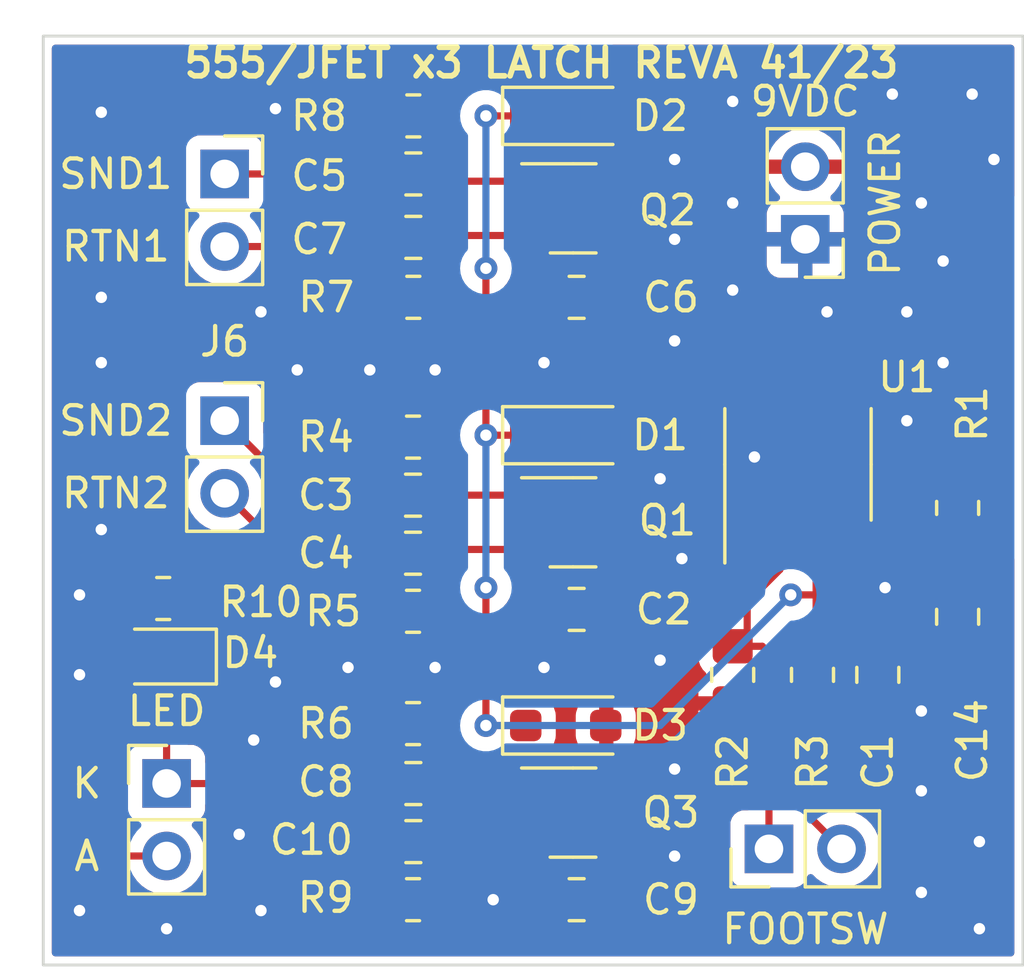
<source format=kicad_pcb>
(kicad_pcb (version 20221018) (generator pcbnew)
  (layers (0 "F.Cu" signal) (31 "B.Cu" signal) (34 "B.Paste" user) (35 "F.Paste" user) (36 "B.SilkS" user "B.Silkscreen") (37 "F.SilkS" user "F.Silkscreen") (38 "B.Mask" user) (39 "F.Mask" user) (44 "Edge.Cuts" user))
  (net 0 "")
  (net 1 "GND")
  (net 2 "Net-(J1-Pin_2)")
  (net 3 "+9V")
  (net 4 "/fx_send_conn")
  (net 5 "Net-(Q1-D)")
  (net 6 "Net-(Q1-S)")
  (net 7 "/fx_return_conn")
  (net 8 "/clean_in_conn")
  (net 9 "Net-(Q2-D)")
  (net 10 "Net-(Q2-S)")
  (net 11 "/clean_out_conn")
  (net 12 "/bypass/led_cathode_vdd")
  (net 13 "Net-(Q3-D)")
  (net 14 "Net-(Q3-S)")
  (net 15 "Net-(D1-K)")
  (net 16 "Net-(D4-A)")
  (net 17 "Net-(J1-Pin_1)")
  (footprint "Capacitor_SMD:C_0805_2012Metric_Pad1.18x1.45mm_HandSolder" (layer "F.Cu") (at 138.684 49.53)
    (fp_text reference "C8" (at -3.0585 -0.066) (layer "F.SilkS"))
    (fp_text value "4.7u")
    (fp_line (start -0.261252 -0.735) (end 0.261252 -0.735) (stroke (width 0.12)) (layer "F.SilkS"))
    (fp_line (start -0.261252 0.735) (end 0.261252 0.735) (stroke (width 0.12)) (layer "F.SilkS"))
    (pad "1" smd roundrect (at -1.0375 0) (size 1.175 1.45) (layers "F.Cu" "F.Paste" "F.Mask") (roundrect_rratio 0.212766) (net 12 "/bypass/led_cathode_vdd"))
    (pad "2" smd roundrect (at 1.0375 0) (size 1.175 1.45) (layers "F.Cu" "F.Paste" "F.Mask") (roundrect_rratio 0.212766) (net 13 "Net-(Q3-D)"))
  )
  (footprint "Connector_PinHeader_2.54mm:PinHeader_1x02_P2.54mm_Vertical" (layer "F.Cu") (at 130.048 49.525)
    (fp_text reference "J4" hide)
    (fp_text value "LED")
    (fp_text user "K" (at -2.794 0 unlocked) (layer "F.SilkS"))
    (fp_text user "A" (at -2.794 2.545 unlocked) (layer "F.SilkS"))
    (fp_text user "LED" (at 0 -2.535 unlocked) (layer "F.SilkS"))
    (fp_line (start -1.33 -1.33) (end 0 -1.33) (stroke (width 0.12)) (layer "F.SilkS"))
    (fp_line (start -1.33 0) (end -1.33 -1.33) (stroke (width 0.12)) (layer "F.SilkS"))
    (fp_line (start -1.33 1.27) (end -1.33 3.87) (stroke (width 0.12)) (layer "F.SilkS"))
    (fp_line (start -1.33 1.27) (end 1.33 1.27) (stroke (width 0.12)) (layer "F.SilkS"))
    (fp_line (start -1.33 3.87) (end 1.33 3.87) (stroke (width 0.12)) (layer "F.SilkS"))
    (fp_line (start 1.33 1.27) (end 1.33 3.87) (stroke (width 0.12)) (layer "F.SilkS"))
    (pad "1" thru_hole rect (at 0 0) (size 1.7 1.7) (drill 1) (layers "*.Cu" "*.Mask") (net 12 "/bypass/led_cathode_vdd"))
    (pad "2" thru_hole oval (at 0 2.54) (size 1.7 1.7) (drill 1) (layers "*.Cu" "*.Mask") (net 16 "Net-(D4-A)"))
  )
  (footprint "Connector_PinHeader_2.54mm:PinHeader_1x02_P2.54mm_Vertical" (layer "F.Cu") (at 151.13 51.816 90)
    (fp_text reference "J1" hide)
    (fp_text value "Footswitch_conn_01x02")
    (fp_text user "FOOTSW" (at -2.81 1.275 unlocked) (layer "F.SilkS"))
    (fp_line (start -1.33 -1.33) (end 0 -1.33) (stroke (width 0.12)) (layer "F.SilkS"))
    (fp_line (start -1.33 0) (end -1.33 -1.33) (stroke (width 0.12)) (layer "F.SilkS"))
    (fp_line (start -1.33 1.27) (end -1.33 3.87) (stroke (width 0.12)) (layer "F.SilkS"))
    (fp_line (start -1.33 1.27) (end 1.33 1.27) (stroke (width 0.12)) (layer "F.SilkS"))
    (fp_line (start -1.33 3.87) (end 1.33 3.87) (stroke (width 0.12)) (layer "F.SilkS"))
    (fp_line (start 1.33 1.27) (end 1.33 3.87) (stroke (width 0.12)) (layer "F.SilkS"))
    (pad "1" thru_hole rect (at 0 0 90) (size 1.7 1.7) (drill 1) (layers "*.Cu" "*.Mask") (net 17 "Net-(J1-Pin_1)"))
    (pad "2" thru_hole oval (at 0 2.54 90) (size 1.7 1.7) (drill 1) (layers "*.Cu" "*.Mask") (net 2 "Net-(J1-Pin_2)"))
  )
  (footprint "Capacitor_SMD:C_0805_2012Metric_Pad1.18x1.45mm_HandSolder" (layer "F.Cu") (at 144.399 53.594 180)
    (fp_text reference "C9" (at -3.302 0) (layer "F.SilkS"))
    (fp_text value "1uF")
    (fp_line (start -0.261252 -0.735) (end 0.261252 -0.735) (stroke (width 0.12)) (layer "F.SilkS"))
    (fp_line (start -0.261252 0.735) (end 0.261252 0.735) (stroke (width 0.12)) (layer "F.SilkS"))
    (pad "1" smd roundrect (at -1.0375 0 180) (size 1.175 1.45) (layers "F.Cu" "F.Paste" "F.Mask") (roundrect_rratio 0.212766) (net 3 "+9V"))
    (pad "2" smd roundrect (at 1.0375 0 180) (size 1.175 1.45) (layers "F.Cu" "F.Paste" "F.Mask") (roundrect_rratio 0.212766) (net 1 "GND"))
  )
  (footprint "Capacitor_SMD:C_0805_2012Metric_Pad1.18x1.45mm_HandSolder" (layer "F.Cu") (at 144.399 32.512 180)
    (fp_text reference "C6" (at -3.302 0) (layer "F.SilkS"))
    (fp_text value "1uF")
    (fp_line (start -0.261252 -0.735) (end 0.261252 -0.735) (stroke (width 0.12)) (layer "F.SilkS"))
    (fp_line (start -0.261252 0.735) (end 0.261252 0.735) (stroke (width 0.12)) (layer "F.SilkS"))
    (pad "1" smd roundrect (at -1.0375 0 180) (size 1.175 1.45) (layers "F.Cu" "F.Paste" "F.Mask") (roundrect_rratio 0.212766) (net 3 "+9V"))
    (pad "2" smd roundrect (at 1.0375 0 180) (size 1.175 1.45) (layers "F.Cu" "F.Paste" "F.Mask") (roundrect_rratio 0.212766) (net 1 "GND"))
  )
  (footprint "Capacitor_SMD:C_0805_2012Metric_Pad1.18x1.45mm_HandSolder" (layer "F.Cu") (at 157.734 43.693 -90)
    (fp_text reference "C14" (at 4.334 -0.508 90) (layer "F.SilkS"))
    (fp_text value "100nF")
    (fp_line (start -0.261252 -0.735) (end 0.261252 -0.735) (stroke (width 0.12)) (layer "F.SilkS"))
    (fp_line (start -0.261252 0.735) (end 0.261252 0.735) (stroke (width 0.12)) (layer "F.SilkS"))
    (pad "1" smd roundrect (at -1.0375 0 270) (size 1.175 1.45) (layers "F.Cu" "F.Paste" "F.Mask") (roundrect_rratio 0.212766) (net 3 "+9V"))
    (pad "2" smd roundrect (at 1.0375 0 270) (size 1.175 1.45) (layers "F.Cu" "F.Paste" "F.Mask") (roundrect_rratio 0.212766) (net 1 "GND"))
  )
  (footprint "Resistor_SMD:R_0805_2012Metric_Pad1.20x1.40mm_HandSolder" (layer "F.Cu") (at 157.734 39.883 -90)
    (fp_text reference "R1" (at -3.286 -0.508 90) (layer "F.SilkS"))
    (fp_text value "10K")
    (fp_line (start -0.227064 -0.735) (end 0.227064 -0.735) (stroke (width 0.12)) (layer "F.SilkS"))
    (fp_line (start -0.227064 0.735) (end 0.227064 0.735) (stroke (width 0.12)) (layer "F.SilkS"))
    (pad "1" smd roundrect (at -1 0 270) (size 1.2 1.4) (layers "F.Cu" "F.Paste" "F.Mask") (roundrect_rratio 0.208333) (net 17 "Net-(J1-Pin_1)"))
    (pad "2" smd roundrect (at 1 0 270) (size 1.2 1.4) (layers "F.Cu" "F.Paste" "F.Mask") (roundrect_rratio 0.208333) (net 3 "+9V"))
  )
  (footprint "Package_TO_SOT_SMD:SOT-23-3" (layer "F.Cu") (at 144.2775 29.398)
    (fp_text reference "Q2" (at 3.302 0.066) (layer "F.SilkS"))
    (fp_text value "MMBFJ177LT1G")
    (fp_line (start 0 -1.56) (end -1.8 -1.56) (stroke (width 0.12)) (layer "F.SilkS"))
    (fp_line (start 0 -1.56) (end 0.8 -1.56) (stroke (width 0.12)) (layer "F.SilkS"))
    (fp_line (start 0 1.56) (end -0.8 1.56) (stroke (width 0.12)) (layer "F.SilkS"))
    (fp_line (start 0 1.56) (end 0.8 1.56) (stroke (width 0.12)) (layer "F.SilkS"))
    (pad "1" smd roundrect (at -1.1375 -0.95) (size 1.325 0.6) (layers "F.Cu" "F.Paste" "F.Mask") (net 9 "Net-(Q2-D)"))
    (pad "2" smd roundrect (at -1.1375 0.95) (size 1.325 0.6) (layers "F.Cu" "F.Paste" "F.Mask") (net 10 "Net-(Q2-S)"))
    (pad "3" smd roundrect (at 1.1375 0) (size 1.325 0.6) (layers "F.Cu" "F.Paste" "F.Mask") (net 3 "+9V"))
  )
  (footprint "Capacitor_SMD:C_0805_2012Metric_Pad1.18x1.45mm_HandSolder" (layer "F.Cu") (at 138.673 39.436)
    (fp_text reference "C3" (at -3.048 0) (layer "F.SilkS"))
    (fp_text value "4.7u")
    (fp_line (start -0.261252 -0.735) (end 0.261252 -0.735) (stroke (width 0.12)) (layer "F.SilkS"))
    (fp_line (start -0.261252 0.735) (end 0.261252 0.735) (stroke (width 0.12)) (layer "F.SilkS"))
    (pad "1" smd roundrect (at -1.0375 0) (size 1.175 1.45) (layers "F.Cu" "F.Paste" "F.Mask") (roundrect_rratio 0.212766) (net 4 "/fx_send_conn"))
    (pad "2" smd roundrect (at 1.0375 0) (size 1.175 1.45) (layers "F.Cu" "F.Paste" "F.Mask") (roundrect_rratio 0.212766) (net 5 "Net-(Q1-D)"))
  )
  (footprint "Diode_SMD:D_SOD-123F" (layer "F.Cu") (at 144.018 26.162)
    (fp_text reference "D2" (at 3.302 0) (layer "F.SilkS"))
    (fp_text value "D")
    (fp_line (start -2.21 -1) (end -2.21 1) (stroke (width 0.12)) (layer "F.SilkS"))
    (fp_line (start -2.21 -1) (end 1.65 -1) (stroke (width 0.12)) (layer "F.SilkS"))
    (fp_line (start -2.21 1) (end 1.65 1) (stroke (width 0.12)) (layer "F.SilkS"))
    (pad "1" smd roundrect (at -1.4 0) (size 1.1 1.1) (layers "F.Cu" "F.Paste" "F.Mask") (roundrect_rratio 0.2272727273) (net 15 "Net-(D1-K)"))
    (pad "2" smd roundrect (at 1.4 0) (size 1.1 1.1) (layers "F.Cu" "F.Paste" "F.Mask") (roundrect_rratio 0.2272727273) (net 3 "+9V"))
  )
  (footprint "Capacitor_SMD:C_0805_2012Metric_Pad1.18x1.45mm_HandSolder" (layer "F.Cu") (at 138.684 30.414 180)
    (fp_text reference "C7" (at 3.291 -0.066) (layer "F.SilkS"))
    (fp_text value "4.7u")
    (fp_line (start -0.261252 -0.735) (end 0.261252 -0.735) (stroke (width 0.12)) (layer "F.SilkS"))
    (fp_line (start -0.261252 0.735) (end 0.261252 0.735) (stroke (width 0.12)) (layer "F.SilkS"))
    (pad "1" smd roundrect (at -1.0375 0 180) (size 1.175 1.45) (layers "F.Cu" "F.Paste" "F.Mask") (roundrect_rratio 0.212766) (net 10 "Net-(Q2-S)"))
    (pad "2" smd roundrect (at 1.0375 0 180) (size 1.175 1.45) (layers "F.Cu" "F.Paste" "F.Mask") (roundrect_rratio 0.212766) (net 11 "/clean_out_conn"))
  )
  (footprint "Capacitor_SMD:C_0805_2012Metric_Pad1.18x1.45mm_HandSolder" (layer "F.Cu") (at 138.673 41.468 180)
    (fp_text reference "C4" (at 3.048 0) (layer "F.SilkS"))
    (fp_text value "4.7u")
    (fp_line (start -0.261252 -0.735) (end 0.261252 -0.735) (stroke (width 0.12)) (layer "F.SilkS"))
    (fp_line (start -0.261252 0.735) (end 0.261252 0.735) (stroke (width 0.12)) (layer "F.SilkS"))
    (pad "1" smd roundrect (at -1.0375 0 180) (size 1.175 1.45) (layers "F.Cu" "F.Paste" "F.Mask") (roundrect_rratio 0.212766) (net 6 "Net-(Q1-S)"))
    (pad "2" smd roundrect (at 1.0375 0 180) (size 1.175 1.45) (layers "F.Cu" "F.Paste" "F.Mask") (roundrect_rratio 0.212766) (net 7 "/fx_return_conn"))
  )
  (footprint "Resistor_SMD:R_0805_2012Metric_Pad1.20x1.40mm_HandSolder" (layer "F.Cu") (at 138.684 26.162)
    (fp_text reference "R8" (at -3.302 0) (layer "F.SilkS"))
    (fp_text value "330K")
    (fp_line (start -0.227064 -0.735) (end 0.227064 -0.735) (stroke (width 0.12)) (layer "F.SilkS"))
    (fp_line (start -0.227064 0.735) (end 0.227064 0.735) (stroke (width 0.12)) (layer "F.SilkS"))
    (pad "1" smd roundrect (at -1 0) (size 1.2 1.4) (layers "F.Cu" "F.Paste" "F.Mask") (roundrect_rratio 0.208333) (net 1 "GND"))
    (pad "2" smd roundrect (at 1 0) (size 1.2 1.4) (layers "F.Cu" "F.Paste" "F.Mask") (roundrect_rratio 0.208333) (net 9 "Net-(Q2-D)"))
  )
  (footprint "Package_TO_SOT_SMD:SOT-23-3" (layer "F.Cu") (at 144.272 50.546)
    (fp_text reference "Q3" (at 3.4235 0) (layer "F.SilkS"))
    (fp_text value "MMBFJ177LT1G")
    (fp_line (start 0 -1.56) (end -1.8 -1.56) (stroke (width 0.12)) (layer "F.SilkS"))
    (fp_line (start 0 -1.56) (end 0.8 -1.56) (stroke (width 0.12)) (layer "F.SilkS"))
    (fp_line (start 0 1.56) (end -0.8 1.56) (stroke (width 0.12)) (layer "F.SilkS"))
    (fp_line (start 0 1.56) (end 0.8 1.56) (stroke (width 0.12)) (layer "F.SilkS"))
    (pad "1" smd roundrect (at -1.1375 -0.95) (size 1.325 0.6) (layers "F.Cu" "F.Paste" "F.Mask") (net 13 "Net-(Q3-D)"))
    (pad "2" smd roundrect (at -1.1375 0.95) (size 1.325 0.6) (layers "F.Cu" "F.Paste" "F.Mask") (net 14 "Net-(Q3-S)"))
    (pad "3" smd roundrect (at 1.1375 0) (size 1.325 0.6) (layers "F.Cu" "F.Paste" "F.Mask") (net 3 "+9V"))
  )
  (footprint "Resistor_SMD:R_0805_2012Metric_Pad1.20x1.40mm_HandSolder" (layer "F.Cu") (at 149.86 45.725 90)
    (fp_text reference "R2" (at -3.048 0 90) (layer "F.SilkS"))
    (fp_text value "10K")
    (fp_line (start -0.227064 -0.735) (end 0.227064 -0.735) (stroke (width 0.12)) (layer "F.SilkS"))
    (fp_line (start -0.227064 0.735) (end 0.227064 0.735) (stroke (width 0.12)) (layer "F.SilkS"))
    (pad "1" smd roundrect (at -1 0 90) (size 1.2 1.4) (layers "F.Cu" "F.Paste" "F.Mask") (roundrect_rratio 0.208333) (net 1 "GND"))
    (pad "2" smd roundrect (at 1 0 90) (size 1.2 1.4) (layers "F.Cu" "F.Paste" "F.Mask") (roundrect_rratio 0.208333) (net 17 "Net-(J1-Pin_1)"))
  )
  (footprint "Connector_PinSocket_2.54mm:PinSocket_1x02_P2.54mm_Vertical" (layer "F.Cu") (at 132.08 36.83)
    (fp_text reference "J6" (at 0 -2.77) (layer "F.SilkS"))
    (fp_text value "Signal2_Conn_01x02")
    (fp_text user "SND2" (at -3.81 0 unlocked) (layer "F.SilkS"))
    (fp_text user "RTN2" (at -3.81 2.54 unlocked) (layer "F.SilkS"))
    (fp_line (start -1.33 1.27) (end -1.33 3.87) (stroke (width 0.12)) (layer "F.SilkS"))
    (fp_line (start -1.33 1.27) (end 1.33 1.27) (stroke (width 0.12)) (layer "F.SilkS"))
    (fp_line (start -1.33 3.87) (end 1.33 3.87) (stroke (width 0.12)) (layer "F.SilkS"))
    (fp_line (start 0 -1.33) (end 1.33 -1.33) (stroke (width 0.12)) (layer "F.SilkS"))
    (fp_line (start 1.33 -1.33) (end 1.33 0) (stroke (width 0.12)) (layer "F.SilkS"))
    (fp_line (start 1.33 1.27) (end 1.33 3.87) (stroke (width 0.12)) (layer "F.SilkS"))
    (pad "1" thru_hole rect (at 0 0) (size 1.7 1.7) (drill 1) (layers "*.Cu" "*.Mask") (net 4 "/fx_send_conn"))
    (pad "2" thru_hole oval (at 0 2.54) (size 1.7 1.7) (drill 1) (layers "*.Cu" "*.Mask") (net 7 "/fx_return_conn"))
  )
  (footprint "Resistor_SMD:R_0805_2012Metric_Pad1.20x1.40mm_HandSolder" (layer "F.Cu") (at 138.6735 53.594)
    (fp_text reference "R9" (at -3.0585 -0.066) (layer "F.SilkS"))
    (fp_text value "330K")
    (fp_line (start -0.227064 -0.735) (end 0.227064 -0.735) (stroke (width 0.12)) (layer "F.SilkS"))
    (fp_line (start -0.227064 0.735) (end 0.227064 0.735) (stroke (width 0.12)) (layer "F.SilkS"))
    (pad "1" smd roundrect (at -1 0) (size 1.2 1.4) (layers "F.Cu" "F.Paste" "F.Mask") (roundrect_rratio 0.208333) (net 1 "GND"))
    (pad "2" smd roundrect (at 1 0) (size 1.2 1.4) (layers "F.Cu" "F.Paste" "F.Mask") (roundrect_rratio 0.208333) (net 14 "Net-(Q3-S)"))
  )
  (footprint "Resistor_SMD:R_0805_2012Metric_Pad1.20x1.40mm_HandSolder" (layer "F.Cu") (at 138.673 43.5)
    (fp_text reference "R5" (at -2.794 0) (layer "F.SilkS"))
    (fp_text value "330K")
    (fp_line (start -0.227064 -0.735) (end 0.227064 -0.735) (stroke (width 0.12)) (layer "F.SilkS"))
    (fp_line (start -0.227064 0.735) (end 0.227064 0.735) (stroke (width 0.12)) (layer "F.SilkS"))
    (pad "1" smd roundrect (at -1 0) (size 1.2 1.4) (layers "F.Cu" "F.Paste" "F.Mask") (roundrect_rratio 0.208333) (net 1 "GND"))
    (pad "2" smd roundrect (at 1 0) (size 1.2 1.4) (layers "F.Cu" "F.Paste" "F.Mask") (roundrect_rratio 0.208333) (net 6 "Net-(Q1-S)"))
  )
  (footprint "Diode_SMD:D_SOD-123F" (layer "F.Cu") (at 144.018 37.338)
    (fp_text reference "D1" (at 3.302 0) (layer "F.SilkS"))
    (fp_text value "D")
    (fp_line (start -2.21 -1) (end -2.21 1) (stroke (width 0.12)) (layer "F.SilkS"))
    (fp_line (start -2.21 -1) (end 1.65 -1) (stroke (width 0.12)) (layer "F.SilkS"))
    (fp_line (start -2.21 1) (end 1.65 1) (stroke (width 0.12)) (layer "F.SilkS"))
    (pad "1" smd roundrect (at -1.4 0) (size 1.1 1.1) (layers "F.Cu" "F.Paste" "F.Mask") (roundrect_rratio 0.2272727273) (net 15 "Net-(D1-K)"))
    (pad "2" smd roundrect (at 1.4 0) (size 1.1 1.1) (layers "F.Cu" "F.Paste" "F.Mask") (roundrect_rratio 0.2272727273) (net 3 "+9V"))
  )
  (footprint "Package_SO:SOIC-8_3.9x4.9mm_P1.27mm" (layer "F.Cu") (at 152.146 38.359 90)
    (fp_text reference "U1" (at 3.053 3.81) (layer "F.SilkS"))
    (fp_text value "NE555DR")
    (fp_line (start 0 -2.56) (end -3.45 -2.56) (stroke (width 0.12)) (layer "F.SilkS"))
    (fp_line (start 0 -2.56) (end 1.95 -2.56) (stroke (width 0.12)) (layer "F.SilkS"))
    (fp_line (start 0 2.56) (end -1.95 2.56) (stroke (width 0.12)) (layer "F.SilkS"))
    (fp_line (start 0 2.56) (end 1.95 2.56) (stroke (width 0.12)) (layer "F.SilkS"))
    (pad "1" smd roundrect (at -2.475 -1.905 90) (size 1.95 0.6) (layers "F.Cu" "F.Paste" "F.Mask") (net 1 "GND"))
    (pad "2" smd roundrect (at -2.475 -0.635 90) (size 1.95 0.6) (layers "F.Cu" "F.Paste" "F.Mask") (net 17 "Net-(J1-Pin_1)"))
    (pad "3" smd roundrect (at -2.475 0.635 90) (size 1.95 0.6) (layers "F.Cu" "F.Paste" "F.Mask") (net 15 "Net-(D1-K)"))
    (pad "4" smd roundrect (at -2.475 1.905 90) (size 1.95 0.6) (layers "F.Cu" "F.Paste" "F.Mask") (net 3 "+9V"))
    (pad "5" smd roundrect (at 2.475 1.905 90) (size 1.95 0.6) (layers "F.Cu" "F.Paste" "F.Mask"))
    (pad "6" smd roundrect (at 2.475 0.635 90) (size 1.95 0.6) (layers "F.Cu" "F.Paste" "F.Mask") (net 17 "Net-(J1-Pin_1)"))
    (pad "7" smd roundrect (at 2.475 -0.635 90) (size 1.95 0.6) (layers "F.Cu" "F.Paste" "F.Mask"))
    (pad "8" smd roundrect (at 2.475 -1.905 90) (size 1.95 0.6) (layers "F.Cu" "F.Paste" "F.Mask") (net 3 "+9V"))
  )
  (footprint "Resistor_SMD:R_0805_2012Metric_Pad1.20x1.40mm_HandSolder" (layer "F.Cu") (at 138.684 32.512)
    (fp_text reference "R7" (at -3.048 0) (layer "F.SilkS"))
    (fp_text value "330K")
    (fp_line (start -0.227064 -0.735) (end 0.227064 -0.735) (stroke (width 0.12)) (layer "F.SilkS"))
    (fp_line (start -0.227064 0.735) (end 0.227064 0.735) (stroke (width 0.12)) (layer "F.SilkS"))
    (pad "1" smd roundrect (at -1 0) (size 1.2 1.4) (layers "F.Cu" "F.Paste" "F.Mask") (roundrect_rratio 0.208333) (net 1 "GND"))
    (pad "2" smd roundrect (at 1 0) (size 1.2 1.4) (layers "F.Cu" "F.Paste" "F.Mask") (roundrect_rratio 0.208333) (net 10 "Net-(Q2-S)"))
  )
  (footprint "Resistor_SMD:R_0805_2012Metric_Pad1.20x1.40mm_HandSolder" (layer "F.Cu") (at 129.93 43.053 180)
    (fp_text reference "R10" (at -3.42 -0.127) (layer "F.SilkS"))
    (fp_text value "4K7")
    (fp_line (start -0.227064 -0.735) (end 0.227064 -0.735) (stroke (width 0.12)) (layer "F.SilkS"))
    (fp_line (start -0.227064 0.735) (end 0.227064 0.735) (stroke (width 0.12)) (layer "F.SilkS"))
    (pad "1" smd roundrect (at -1 0 180) (size 1.2 1.4) (layers "F.Cu" "F.Paste" "F.Mask") (roundrect_rratio 0.208333) (net 3 "+9V"))
    (pad "2" smd roundrect (at 1 0 180) (size 1.2 1.4) (layers "F.Cu" "F.Paste" "F.Mask") (roundrect_rratio 0.208333) (net 16 "Net-(D4-A)"))
  )
  (footprint "Resistor_SMD:R_0805_2012Metric_Pad1.20x1.40mm_HandSolder" (layer "F.Cu") (at 138.673 37.404)
    (fp_text reference "R4" (at -3.048 0) (layer "F.SilkS"))
    (fp_text value "330K")
    (fp_line (start -0.227064 -0.735) (end 0.227064 -0.735) (stroke (width 0.12)) (layer "F.SilkS"))
    (fp_line (start -0.227064 0.735) (end 0.227064 0.735) (stroke (width 0.12)) (layer "F.SilkS"))
    (pad "1" smd roundrect (at -1 0) (size 1.2 1.4) (layers "F.Cu" "F.Paste" "F.Mask") (roundrect_rratio 0.208333) (net 1 "GND"))
    (pad "2" smd roundrect (at 1 0) (size 1.2 1.4) (layers "F.Cu" "F.Paste" "F.Mask") (roundrect_rratio 0.208333) (net 5 "Net-(Q1-D)"))
  )
  (footprint "Connector_PinSocket_2.54mm:PinSocket_1x02_P2.54mm_Vertical" (layer "F.Cu") (at 132.08 28.194)
    (fp_text reference "J5" hide)
    (fp_text value "Signal1_Conn_01x02")
    (fp_text user "SND1" (at -3.81 0 unlocked) (layer "F.SilkS"))
    (fp_text user "RTN1" (at -3.81 2.54 unlocked) (layer "F.SilkS"))
    (fp_line (start -1.33 1.27) (end -1.33 3.87) (stroke (width 0.12)) (layer "F.SilkS"))
    (fp_line (start -1.33 1.27) (end 1.33 1.27) (stroke (width 0.12)) (layer "F.SilkS"))
    (fp_line (start -1.33 3.87) (end 1.33 3.87) (stroke (width 0.12)) (layer "F.SilkS"))
    (fp_line (start 0 -1.33) (end 1.33 -1.33) (stroke (width 0.12)) (layer "F.SilkS"))
    (fp_line (start 1.33 -1.33) (end 1.33 0) (stroke (width 0.12)) (layer "F.SilkS"))
    (fp_line (start 1.33 1.27) (end 1.33 3.87) (stroke (width 0.12)) (layer "F.SilkS"))
    (pad "1" thru_hole rect (at 0 0) (size 1.7 1.7) (drill 1) (layers "*.Cu" "*.Mask") (net 8 "/clean_in_conn"))
    (pad "2" thru_hole oval (at 0 2.54) (size 1.7 1.7) (drill 1) (layers "*.Cu" "*.Mask") (net 11 "/clean_out_conn"))
  )
  (footprint "Connector_PinHeader_2.54mm:PinHeader_1x02_P2.54mm_Vertical" (layer "F.Cu") (at 152.4 30.48 180)
    (fp_text reference "J3" hide)
    (fp_text value "Power_Conn_01x02")
    (fp_text user "9VDC" (at 0 4.826 unlocked) (layer "F.SilkS"))
    (fp_text user "POWER" (at -2.794 1.27 90 unlocked) (layer "F.SilkS"))
    (fp_line (start -1.33 -1.33) (end 0 -1.33) (stroke (width 0.12)) (layer "F.SilkS"))
    (fp_line (start -1.33 0) (end -1.33 -1.33) (stroke (width 0.12)) (layer "F.SilkS"))
    (fp_line (start -1.33 1.27) (end -1.33 3.87) (stroke (width 0.12)) (layer "F.SilkS"))
    (fp_line (start -1.33 1.27) (end 1.33 1.27) (stroke (width 0.12)) (layer "F.SilkS"))
    (fp_line (start -1.33 3.87) (end 1.33 3.87) (stroke (width 0.12)) (layer "F.SilkS"))
    (fp_line (start 1.33 1.27) (end 1.33 3.87) (stroke (width 0.12)) (layer "F.SilkS"))
    (pad "1" thru_hole rect (at 0 0 180) (size 1.7 1.7) (drill 1) (layers "*.Cu" "*.Mask") (net 1 "GND"))
    (pad "2" thru_hole oval (at 0 2.54 180) (size 1.7 1.7) (drill 1) (layers "*.Cu" "*.Mask") (net 3 "+9V"))
  )
  (footprint "Capacitor_SMD:C_0805_2012Metric_Pad1.18x1.45mm_HandSolder" (layer "F.Cu") (at 138.684 51.562 180)
    (fp_text reference "C10" (at 3.5665 0.066) (layer "F.SilkS"))
    (fp_text value "4.7u")
    (fp_line (start -0.261252 -0.735) (end 0.261252 -0.735) (stroke (width 0.12)) (layer "F.SilkS"))
    (fp_line (start -0.261252 0.735) (end 0.261252 0.735) (stroke (width 0.12)) (layer "F.SilkS"))
    (pad "1" smd roundrect (at -1.0375 0 180) (size 1.175 1.45) (layers "F.Cu" "F.Paste" "F.Mask") (roundrect_rratio 0.212766) (net 14 "Net-(Q3-S)"))
    (pad "2" smd roundrect (at 1.0375 0 180) (size 1.175 1.45) (layers "F.Cu" "F.Paste" "F.Mask") (roundrect_rratio 0.212766) (net 1 "GND"))
  )
  (footprint "Resistor_SMD:R_0805_2012Metric_Pad1.20x1.40mm_HandSolder" (layer "F.Cu") (at 138.6735 47.432)
    (fp_text reference "R6" (at -3.048 0) (layer "F.SilkS"))
    (fp_text value "330K")
    (fp_line (start -0.227064 -0.735) (end 0.227064 -0.735) (stroke (width 0.12)) (layer "F.SilkS"))
    (fp_line (start -0.227064 0.735) (end 0.227064 0.735) (stroke (width 0.12)) (layer "F.SilkS"))
    (pad "1" smd roundrect (at -1 0) (size 1.2 1.4) (layers "F.Cu" "F.Paste" "F.Mask") (roundrect_rratio 0.208333) (net 1 "GND"))
    (pad "2" smd roundrect (at 1 0) (size 1.2 1.4) (layers "F.Cu" "F.Paste" "F.Mask") (roundrect_rratio 0.208333) (net 13 "Net-(Q3-D)"))
  )
  (footprint "Capacitor_SMD:C_0805_2012Metric_Pad1.18x1.45mm_HandSolder" (layer "F.Cu") (at 144.399 43.434 180)
    (fp_text reference "C2" (at -3.048 0) (layer "F.SilkS"))
    (fp_text value "1uF")
    (fp_line (start -0.261252 -0.735) (end 0.261252 -0.735) (stroke (width 0.12)) (layer "F.SilkS"))
    (fp_line (start -0.261252 0.735) (end 0.261252 0.735) (stroke (width 0.12)) (layer "F.SilkS"))
    (pad "1" smd roundrect (at -1.0375 0 180) (size 1.175 1.45) (layers "F.Cu" "F.Paste" "F.Mask") (roundrect_rratio 0.212766) (net 3 "+9V"))
    (pad "2" smd roundrect (at 1.0375 0 180) (size 1.175 1.45) (layers "F.Cu" "F.Paste" "F.Mask") (roundrect_rratio 0.212766) (net 1 "GND"))
  )
  (footprint "Resistor_SMD:R_0805_2012Metric_Pad1.20x1.40mm_HandSolder" (layer "F.Cu") (at 152.654 45.725 90)
    (fp_text reference "R3" (at -3.048 0 90) (layer "F.SilkS"))
    (fp_text value "100K")
    (fp_line (start -0.227064 -0.735) (end 0.227064 -0.735) (stroke (width 0.12)) (layer "F.SilkS"))
    (fp_line (start -0.227064 0.735) (end 0.227064 0.735) (stroke (width 0.12)) (layer "F.SilkS"))
    (pad "1" smd roundrect (at -1 0 90) (size 1.2 1.4) (layers "F.Cu" "F.Paste" "F.Mask") (roundrect_rratio 0.208333) (net 2 "Net-(J1-Pin_2)"))
    (pad "2" smd roundrect (at 1 0 90) (size 1.2 1.4) (layers "F.Cu" "F.Paste" "F.Mask") (roundrect_rratio 0.208333) (net 15 "Net-(D1-K)"))
  )
  (footprint "Package_TO_SOT_SMD:SOT-23-3" (layer "F.Cu") (at 144.272 40.386)
    (fp_text reference "Q1" (at 3.302 -0.066) (layer "F.SilkS"))
    (fp_text value "MMBFJ177LT1G")
    (fp_line (start 0 -1.56) (end -1.8 -1.56) (stroke (width 0.12)) (layer "F.SilkS"))
    (fp_line (start 0 -1.56) (end 0.8 -1.56) (stroke (width 0.12)) (layer "F.SilkS"))
    (fp_line (start 0 1.56) (end -0.8 1.56) (stroke (width 0.12)) (layer "F.SilkS"))
    (fp_line (start 0 1.56) (end 0.8 1.56) (stroke (width 0.12)) (layer "F.SilkS"))
    (pad "1" smd roundrect (at -1.1375 -0.95) (size 1.325 0.6) (layers "F.Cu" "F.Paste" "F.Mask") (net 5 "Net-(Q1-D)"))
    (pad "2" smd roundrect (at -1.1375 0.95) (size 1.325 0.6) (layers "F.Cu" "F.Paste" "F.Mask") (net 6 "Net-(Q1-S)"))
    (pad "3" smd roundrect (at 1.1375 0) (size 1.325 0.6) (layers "F.Cu" "F.Paste" "F.Mask") (net 3 "+9V"))
  )
  (footprint "Capacitor_SMD:C_0805_2012Metric_Pad1.18x1.45mm_HandSolder" (layer "F.Cu") (at 138.684 28.194)
    (fp_text reference "C5" (at -3.291 0.066) (layer "F.SilkS"))
    (fp_text value "4.7u")
    (fp_line (start -0.261252 -0.735) (end 0.261252 -0.735) (stroke (width 0.12)) (layer "F.SilkS"))
    (fp_line (start -0.261252 0.735) (end 0.261252 0.735) (stroke (width 0.12)) (layer "F.SilkS"))
    (pad "1" smd roundrect (at -1.0375 0) (size 1.175 1.45) (layers "F.Cu" "F.Paste" "F.Mask") (roundrect_rratio 0.212766) (net 8 "/clean_in_conn"))
    (pad "2" smd roundrect (at 1.0375 0) (size 1.175 1.45) (layers "F.Cu" "F.Paste" "F.Mask") (roundrect_rratio 0.212766) (net 9 "Net-(Q2-D)"))
  )
  (footprint "Capacitor_SMD:C_0805_2012Metric_Pad1.18x1.45mm_HandSolder" (layer "F.Cu") (at 154.94 45.725 -90)
    (fp_text reference "C1" (at 3.048 0 90) (layer "F.SilkS"))
    (fp_text value "1uF")
    (fp_line (start -0.261252 -0.735) (end 0.261252 -0.735) (stroke (width 0.12)) (layer "F.SilkS"))
    (fp_line (start -0.261252 0.735) (end 0.261252 0.735) (stroke (width 0.12)) (layer "F.SilkS"))
    (pad "1" smd roundrect (at -1.0375 0 270) (size 1.175 1.45) (layers "F.Cu" "F.Paste" "F.Mask") (roundrect_rratio 0.212766) (net 1 "GND"))
    (pad "2" smd roundrect (at 1.0375 0 270) (size 1.175 1.45) (layers "F.Cu" "F.Paste" "F.Mask") (roundrect_rratio 0.212766) (net 2 "Net-(J1-Pin_2)"))
  )
  (footprint "Diode_SMD:D_SOD-123F" (layer "F.Cu") (at 144.018 47.498)
    (fp_text reference "D3" (at 3.302 0) (layer "F.SilkS"))
    (fp_text value "D")
    (fp_line (start -2.21 -1) (end -2.21 1) (stroke (width 0.12)) (layer "F.SilkS"))
    (fp_line (start -2.21 -1) (end 1.65 -1) (stroke (width 0.12)) (layer "F.SilkS"))
    (fp_line (start -2.21 1) (end 1.65 1) (stroke (width 0.12)) (layer "F.SilkS"))
    (pad "1" smd roundrect (at -1.4 0) (size 1.1 1.1) (layers "F.Cu" "F.Paste" "F.Mask") (roundrect_rratio 0.2272727273) (net 15 "Net-(D1-K)"))
    (pad "2" smd roundrect (at 1.4 0) (size 1.1 1.1) (layers "F.Cu" "F.Paste" "F.Mask") (roundrect_rratio 0.2272727273) (net 3 "+9V"))
  )
  (footprint "LED_SMD:LED_0805_2012Metric_Pad1.15x1.40mm_HandSolder" (layer "F.Cu") (at 129.93 45.085 180)
    (fp_text reference "D4" (at -3.048 0.127) (layer "F.SilkS"))
    (fp_text value "LED")
    (fp_line (start -1.86 -0.96) (end -1.86 0.96) (stroke (width 0.12)) (layer "F.SilkS"))
    (fp_line (start -1.86 0.96) (end 1 0.96) (stroke (width 0.12)) (layer "F.SilkS"))
    (fp_line (start 1 -0.96) (end -1.86 -0.96) (stroke (width 0.12)) (layer "F.SilkS"))
    (pad "1" smd roundrect (at -1.025 0 180) (size 1.15 1.4) (layers "F.Cu" "F.Paste" "F.Mask") (roundrect_rratio 0.217391) (net 12 "/bypass/led_cathode_vdd"))
    (pad "2" smd roundrect (at 1.025 0 180) (size 1.15 1.4) (layers "F.Cu" "F.Paste" "F.Mask") (roundrect_rratio 0.217391) (net 16 "Net-(D4-A)"))
  )
  (gr_rect (start 125.73 23.368) (end 160.02 55.88) (stroke (width 0.1)) (fill none) (layer "Edge.Cuts"))
  (gr_text "555/JFET x3 LATCH REVA 41/23" (at 130.556 24.892) (layer "F.SilkS") (effects (font (size 1 1) (thickness 0.2) bold) (justify left bottom)))
  (via (at 158.496 51.562) (size 0.8) (drill 0.4) (layers "F.Cu" "B.Cu") (net 1))
  (via (at 147.32 45.212) (size 0.8) (drill 0.4) (layers "F.Cu" "B.Cu") (net 1))
  (via (at 155.956 33.02) (size 0.8) (drill 0.4) (layers "F.Cu" "B.Cu") (net 1))
  (via (at 133.858 25.908) (size 0.8) (drill 0.4) (layers "F.Cu" "B.Cu") (net 1))
  (via (at 139.446 45.466) (size 0.8) (drill 0.4) (layers "F.Cu" "B.Cu") (net 1))
  (via (at 127 42.926) (size 0.8) (drill 0.4) (layers "F.Cu" "B.Cu") (net 1))
  (via (at 132.588 51.308) (size 0.8) (drill 0.4) (layers "F.Cu" "B.Cu") (net 1))
  (via (at 147.32 38.862) (size 0.8) (drill 0.4) (layers "F.Cu" "B.Cu") (net 1))
  (via (at 139.446 35.052) (size 0.8) (drill 0.4) (layers "F.Cu" "B.Cu") (net 1))
  (via (at 147.828 27.686) (size 0.8) (drill 0.4) (layers "F.Cu" "B.Cu") (net 1))
  (via (at 130.048 54.61) (size 0.8) (drill 0.4) (layers "F.Cu" "B.Cu") (net 1))
  (via (at 149.86 25.654) (size 0.8) (drill 0.4) (layers "F.Cu" "B.Cu") (net 1))
  (via (at 133.096 48.006) (size 0.8) (drill 0.4) (layers "F.Cu" "B.Cu") (net 1))
  (via (at 158.242 25.4) (size 0.8) (drill 0.4) (layers "F.Cu" "B.Cu") (net 1))
  (via (at 147.828 30.48) (size 0.8) (drill 0.4) (layers "F.Cu" "B.Cu") (net 1))
  (via (at 134.62 35.052) (size 0.8) (drill 0.4) (layers "F.Cu" "B.Cu") (net 1))
  (via (at 155.194 42.672) (size 0.8) (drill 0.4) (layers "F.Cu" "B.Cu") (net 1))
  (via (at 156.464 46.99) (size 0.8) (drill 0.4) (layers "F.Cu" "B.Cu") (net 1))
  (via (at 155.448 25.4) (size 0.8) (drill 0.4) (layers "F.Cu" "B.Cu") (net 1))
  (via (at 143.256 45.466) (size 0.8) (drill 0.4) (layers "F.Cu" "B.Cu") (net 1))
  (via (at 156.464 29.21) (size 0.8) (drill 0.4) (layers "F.Cu" "B.Cu") (net 1))
  (via (at 133.35 33.02) (size 0.8) (drill 0.4) (layers "F.Cu" "B.Cu") (net 1))
  (via (at 156.464 49.784) (size 0.8) (drill 0.4) (layers "F.Cu" "B.Cu") (net 1))
  (via (at 133.35 53.975) (size 0.8) (drill 0.4) (layers "F.Cu" "B.Cu") (net 1))
  (via (at 156.464 53.34) (size 0.8) (drill 0.4) (layers "F.Cu" "B.Cu") (net 1))
  (via (at 127.762 32.512) (size 0.8) (drill 0.4) (layers "F.Cu" "B.Cu") (net 1))
  (via (at 153.162 33.02) (size 0.8) (drill 0.4) (layers "F.Cu" "B.Cu") (net 1))
  (via (at 147.828 34.036) (size 0.8) (drill 0.4) (layers "F.Cu" "B.Cu") (net 1))
  (via (at 149.86 29.21) (size 0.8) (drill 0.4) (layers "F.Cu" "B.Cu") (net 1))
  (via (at 127 53.975) (size 0.8) (drill 0.4) (layers "F.Cu" "B.Cu") (net 1))
  (via (at 158.496 54.61) (size 0.8) (drill 0.4) (layers "F.Cu" "B.Cu") (net 1))
  (via (at 148.082 41.656) (size 0.8) (drill 0.4) (layers "F.Cu" "B.Cu") (net 1))
  (via (at 155.956 36.83) (size 0.8) (drill 0.4) (layers "F.Cu" "B.Cu") (net 1))
  (via (at 127.762 34.798) (size 0.8) (drill 0.4) (layers "F.Cu" "B.Cu") (net 1))
  (via (at 141.478 53.594) (size 0.8) (drill 0.4) (layers "F.Cu" "B.Cu") (net 1))
  (via (at 157.226 31.242) (size 0.8) (drill 0.4) (layers "F.Cu" "B.Cu") (net 1))
  (via (at 133.858 45.974) (size 0.8) (drill 0.4) (layers "F.Cu" "B.Cu") (net 1))
  (via (at 147.828 52.07) (size 0.8) (drill 0.4) (layers "F.Cu" "B.Cu") (net 1))
  (via (at 127 45.72) (size 0.8) (drill 0.4) (layers "F.Cu" "B.Cu") (net 1))
  (via (at 150.622 38.1) (size 0.8) (drill 0.4) (layers "F.Cu" "B.Cu") (net 1))
  (via (at 159.004 27.686) (size 0.8) (drill 0.4) (layers "F.Cu" "B.Cu") (net 1))
  (via (at 137.16 35.052) (size 0.8) (drill 0.4) (layers "F.Cu" "B.Cu") (net 1))
  (via (at 147.828 49.022) (size 0.8) (drill 0.4) (layers "F.Cu" "B.Cu") (net 1))
  (via (at 136.398 45.466) (size 0.8) (drill 0.4) (layers "F.Cu" "B.Cu") (net 1))
  (via (at 127.762 26.035) (size 0.8) (drill 0.4) (layers "F.Cu" "B.Cu") (net 1))
  (via (at 143.256 34.798) (size 0.8) (drill 0.4) (layers "F.Cu" "B.Cu") (net 1))
  (via (at 157.226 34.798) (size 0.8) (drill 0.4) (layers "F.Cu" "B.Cu") (net 1))
  (via (at 149.86 32.258) (size 0.8) (drill 0.4) (layers "F.Cu" "B.Cu") (net 1))
  (via (at 127.762 40.64) (size 0.8) (drill 0.4) (layers "F.Cu" "B.Cu") (net 1))
  (segment (start 152.6165 46.7625) (end 152.654 46.725) (width 0.25) (layer "F.Cu") (net 2))
  (segment (start 152.654 50.8) (end 153.67 51.816) (width 0.25) (layer "F.Cu") (net 2))
  (segment (start 152.6915 46.7625) (end 152.654 46.725) (width 0.25) (layer "F.Cu") (net 2))
  (segment (start 152.654 46.725) (end 152.654 50.8) (width 0.25) (layer "F.Cu") (net 2))
  (segment (start 154.94 46.7625) (end 152.6915 46.7625) (width 0.25) (layer "F.Cu") (net 2))
  (segment (start 145.418 26.162) (end 145.418 32.1495) (width 0.5) (layer "F.Cu") (net 3))
  (segment (start 157.734 40.883) (end 157.734 42.6555) (width 0.5) (layer "F.Cu") (net 3))
  (segment (start 145.418 24.768) (end 145.034 24.384) (width 0.5) (layer "F.Cu") (net 3))
  (segment (start 154.1 40.883) (end 154.051 40.834) (width 0.5) (layer "F.Cu") (net 3))
  (segment (start 145.5065 35.884) (end 145.4365 35.814) (width 0.5) (layer "F.Cu") (net 3))
  (segment (start 131.318 24.384) (end 129.98 25.722) (width 0.5) (layer "F.Cu") (net 3))
  (segment (start 129.98 42.103) (end 130.93 43.053) (width 0.5) (layer "F.Cu") (net 3))
  (segment (start 159.258 29.845) (end 157.353 27.94) (width 0.5) (layer "F.Cu") (net 3))
  (segment (start 152.4 27.94) (end 149.86 27.94) (width 0.5) (layer "F.Cu") (net 3))
  (segment (start 145.4365 35.814) (end 145.4365 37.3195) (width 0.5) (layer "F.Cu") (net 3))
  (segment (start 145.034 24.384) (end 131.318 24.384) (width 0.5) (layer "F.Cu") (net 3))
  (segment (start 129.98 25.722) (end 129.98 42.103) (width 0.5) (layer "F.Cu") (net 3))
  (segment (start 157.734 40.883) (end 159.247 40.883) (width 0.5) (layer "F.Cu") (net 3))
  (segment (start 145.418 26.162) (end 145.418 24.768) (width 0.5) (layer "F.Cu") (net 3))
  (segment (start 159.258 40.894) (end 159.258 29.845) (width 0.5) (layer "F.Cu") (net 3))
  (segment (start 157.353 27.94) (end 152.4 27.94) (width 0.5) (layer "F.Cu") (net 3))
  (segment (start 150.241 35.884) (end 145.5065 35.884) (width 0.5) (layer "F.Cu") (net 3))
  (segment (start 145.418 32.1495) (end 145.0555 32.512) (width 0.5) (layer "F.Cu") (net 3))
  (segment (start 145.418 43.4155) (end 145.4365 43.434) (width 0.5) (layer "F.Cu") (net 3))
  (segment (start 145.418 37.338) (end 145.418 43.4155) (width 0.5) (layer "F.Cu") (net 3))
  (segment (start 145.4365 37.3195) (end 145.418 37.338) (width 0.5) (layer "F.Cu") (net 3))
  (segment (start 145.4365 32.512) (end 145.4365 35.814) (width 0.5) (layer "F.Cu") (net 3))
  (segment (start 159.247 40.883) (end 159.258 40.894) (width 0.5) (layer "F.Cu") (net 3))
  (segment (start 157.734 40.883) (end 154.1 40.883) (width 0.5) (layer "F.Cu") (net 3))
  (segment (start 148.082 26.162) (end 145.418 26.162) (width 0.5) (layer "F.Cu") (net 3))
  (segment (start 149.86 27.94) (end 148.082 26.162) (width 0.5) (layer "F.Cu") (net 3))
  (segment (start 145.4365 43.434) (end 145.4365 53.594) (width 0.5) (layer "F.Cu") (net 3))
  (segment (start 132.08 36.83) (end 134.686 39.436) (width 0.25) (layer "F.Cu") (net 4))
  (segment (start 134.686 39.436) (end 137.6355 39.436) (width 0.25) (layer "F.Cu") (net 4))
  (segment (start 139.673 37.404) (end 139.673 39.3985) (width 0.25) (layer "F.Cu") (net 5))
  (segment (start 139.7105 39.436) (end 143.1345 39.436) (width 0.25) (layer "F.Cu") (net 5))
  (segment (start 139.673 39.3985) (end 139.7105 39.436) (width 0.25) (layer "F.Cu") (net 5))
  (segment (start 143.1345 41.336) (end 139.8425 41.336) (width 0.25) (layer "F.Cu") (net 6))
  (segment (start 139.7105 41.468) (end 139.7105 43.4625) (width 0.25) (layer "F.Cu") (net 6))
  (segment (start 139.7105 43.4625) (end 139.673 43.5) (width 0.25) (layer "F.Cu") (net 6))
  (segment (start 139.8425 41.336) (end 139.7105 41.468) (width 0.25) (layer "F.Cu") (net 6))
  (segment (start 132.08 39.37) (end 134.178 41.468) (width 0.25) (layer "F.Cu") (net 7))
  (segment (start 134.178 41.468) (end 137.6355 41.468) (width 0.25) (layer "F.Cu") (net 7))
  (segment (start 132.08 28.194) (end 137.6465 28.194) (width 0.25) (layer "F.Cu") (net 8))
  (segment (start 139.7215 28.194) (end 139.7215 26.1995) (width 0.25) (layer "F.Cu") (net 9))
  (segment (start 139.9755 28.448) (end 139.7215 28.194) (width 0.25) (layer "F.Cu") (net 9))
  (segment (start 139.7215 26.1995) (end 139.684 26.162) (width 0.25) (layer "F.Cu") (net 9))
  (segment (start 143.14 28.448) (end 139.9755 28.448) (width 0.25) (layer "F.Cu") (net 9))
  (segment (start 139.7215 32.4745) (end 139.684 32.512) (width 0.25) (layer "F.Cu") (net 10))
  (segment (start 143.14 30.348) (end 139.7875 30.348) (width 0.25) (layer "F.Cu") (net 10))
  (segment (start 139.7215 30.414) (end 139.7215 32.4745) (width 0.25) (layer "F.Cu") (net 10))
  (segment (start 139.7875 30.348) (end 139.7215 30.414) (width 0.25) (layer "F.Cu") (net 10))
  (segment (start 132.08 30.734) (end 134.874 30.734) (width 0.25) (layer "F.Cu") (net 11))
  (segment (start 134.874 30.734) (end 135.194 30.414) (width 0.25) (layer "F.Cu") (net 11))
  (segment (start 135.194 30.414) (end 137.6465 30.414) (width 0.25) (layer "F.Cu") (net 11))
  (segment (start 130.955 46.845) (end 130.048 47.752) (width 0.25) (layer "F.Cu") (net 12))
  (segment (start 137.6465 49.53) (end 130.053 49.53) (width 0.25) (layer "F.Cu") (net 12))
  (segment (start 130.955 45.085) (end 130.955 46.845) (width 0.25) (layer "F.Cu") (net 12))
  (segment (start 130.048 47.752) (end 130.048 49.525) (width 0.25) (layer "F.Cu") (net 12))
  (segment (start 130.053 49.53) (end 130.048 49.525) (width 0.25) (layer "F.Cu") (net 12))
  (segment (start 142.505 49.596) (end 139.7875 49.596) (width 0.25) (layer "F.Cu") (net 13))
  (segment (start 139.6735 47.432) (end 139.6735 49.482) (width 0.25) (layer "F.Cu") (net 13))
  (segment (start 139.7875 49.596) (end 139.7215 49.53) (width 0.25) (layer "F.Cu") (net 13))
  (segment (start 139.6735 49.482) (end 139.7215 49.53) (width 0.25) (layer "F.Cu") (net 13))
  (segment (start 139.7215 51.562) (end 139.7215 53.546) (width 0.25) (layer "F.Cu") (net 14))
  (segment (start 139.7875 51.496) (end 139.7215 51.562) (width 0.25) (layer "F.Cu") (net 14))
  (segment (start 142.505 51.496) (end 139.7875 51.496) (width 0.25) (layer "F.Cu") (net 14))
  (segment (start 139.7215 53.546) (end 139.6735 53.594) (width 0.25) (layer "F.Cu") (net 14))
  (segment (start 142.618 47.498) (end 141.224 47.498) (width 0.25) (layer "F.Cu") (net 15))
  (segment (start 152.781 40.834) (end 152.781 42.926) (width 0.25) (layer "F.Cu") (net 15))
  (segment (start 151.892 42.926) (end 152.781 42.926) (width 0.25) (layer "F.Cu") (net 15))
  (segment (start 141.224 42.672) (end 141.224 47.498) (width 0.25) (layer "F.Cu") (net 15))
  (segment (start 142.618 37.338) (end 141.224 37.338) (width 0.25) (layer "F.Cu") (net 15))
  (segment (start 141.224 31.496) (end 141.224 37.338) (width 0.25) (layer "F.Cu") (net 15))
  (segment (start 152.781 42.926) (end 152.781 44.598) (width 0.25) (layer "F.Cu") (net 15))
  (segment (start 142.618 26.162) (end 141.224 26.162) (width 0.25) (layer "F.Cu") (net 15))
  (via (at 151.892 42.926) (size 0.8) (drill 0.4) (layers "F.Cu" "B.Cu") (net 15))
  (via (at 141.224 42.672) (size 0.8) (drill 0.4) (layers "F.Cu" "B.Cu") (net 15))
  (via (at 141.224 26.162) (size 0.8) (drill 0.4) (layers "F.Cu" "B.Cu") (net 15))
  (via (at 141.224 37.338) (size 0.8) (drill 0.4) (layers "F.Cu" "B.Cu") (net 15))
  (via (at 141.224 31.496) (size 0.8) (drill 0.4) (layers "F.Cu" "B.Cu") (net 15))
  (via (at 141.224 47.498) (size 0.8) (drill 0.4) (layers "F.Cu" "B.Cu") (net 15))
  (segment (start 141.224 26.162) (end 141.224 31.496) (width 0.25) (layer "B.Cu") (net 15))
  (segment (start 147.32 47.498) (end 151.892 42.926) (width 0.25) (layer "B.Cu") (net 15))
  (segment (start 141.224 47.498) (end 147.32 47.498) (width 0.25) (layer "B.Cu") (net 15))
  (segment (start 141.224 37.338) (end 141.224 42.672) (width 0.25) (layer "B.Cu") (net 15))
  (segment (start 130.043 52.07) (end 130.048 52.065) (width 0.25) (layer "F.Cu") (net 16))
  (segment (start 128.905 46.355) (end 127.635 47.625) (width 0.25) (layer "F.Cu") (net 16))
  (segment (start 128.905 45.085) (end 128.905 43.078) (width 0.25) (layer "F.Cu") (net 16))
  (segment (start 127.635 47.625) (end 127.635 52.07) (width 0.25) (layer "F.Cu") (net 16))
  (segment (start 128.905 43.078) (end 128.93 43.053) (width 0.25) (layer "F.Cu") (net 16))
  (segment (start 127.64 52.065) (end 130.048 52.065) (width 0.25) (layer "F.Cu") (net 16))
  (segment (start 128.905 45.085) (end 128.905 46.355) (width 0.25) (layer "F.Cu") (net 16))
  (segment (start 127.635 52.07) (end 127.64 52.065) (width 0.25) (layer "F.Cu") (net 16))
  (segment (start 151.511 39.502) (end 152.13 38.883) (width 0.25) (layer "F.Cu") (net 17))
  (segment (start 152.13 38.883) (end 156.972 38.883) (width 0.25) (layer "F.Cu") (net 17))
  (segment (start 150.897 44.725) (end 151.13 44.958) (width 0.25) (layer "F.Cu") (net 17))
  (segment (start 152.13 38.883) (end 152.781 38.232) (width 0.25) (layer "F.Cu") (net 17))
  (segment (start 151.511 40.834) (end 151.511 42.042) (width 0.25) (layer "F.Cu") (net 17))
  (segment (start 150.368 43.185) (end 150.368 44.725) (width 0.25) (layer "F.Cu") (net 17))
  (segment (start 151.511 40.834) (end 151.511 39.502) (width 0.25) (layer "F.Cu") (net 17))
  (segment (start 151.13 44.958) (end 151.13 51.816) (width 0.25) (layer "F.Cu") (net 17))
  (segment (start 152.781 38.232) (end 152.781 35.884) (width 0.25) (layer "F.Cu") (net 17))
  (segment (start 150.368 44.725) (end 150.897 44.725) (width 0.25) (layer "F.Cu") (net 17))
  (segment (start 151.13 51.816) (end 151.135 51.821) (width 0.25) (layer "F.Cu") (net 17))
  (segment (start 151.511 42.042) (end 150.368 43.185) (width 0.25) (layer "F.Cu") (net 17))
  (zone (net 1) (net_name "GND") (layer "F.Cu") (connect_pads (clearance 0.5)) (min_thickness 0.25) (fill yes (thermal_gap 0.5) (thermal_bridge_width 0.5))
    (polygon (pts (xy 125.73 55.88) (xy 125.73 23.368) (xy 160.02 23.368) (xy 160.02 55.88)))
  )
  (zone (net 1) (net_name "GND") (layer "B.Cu") (priority 1) (connect_pads (clearance 0.5)) (min_thickness 0.25) (fill yes (thermal_gap 0.5) (thermal_bridge_width 0.5))
    (polygon (pts (xy 125.73 23.368) (xy 160.02 23.368) (xy 160.02 55.88) (xy 125.73 55.88)))
  )
)
</source>
